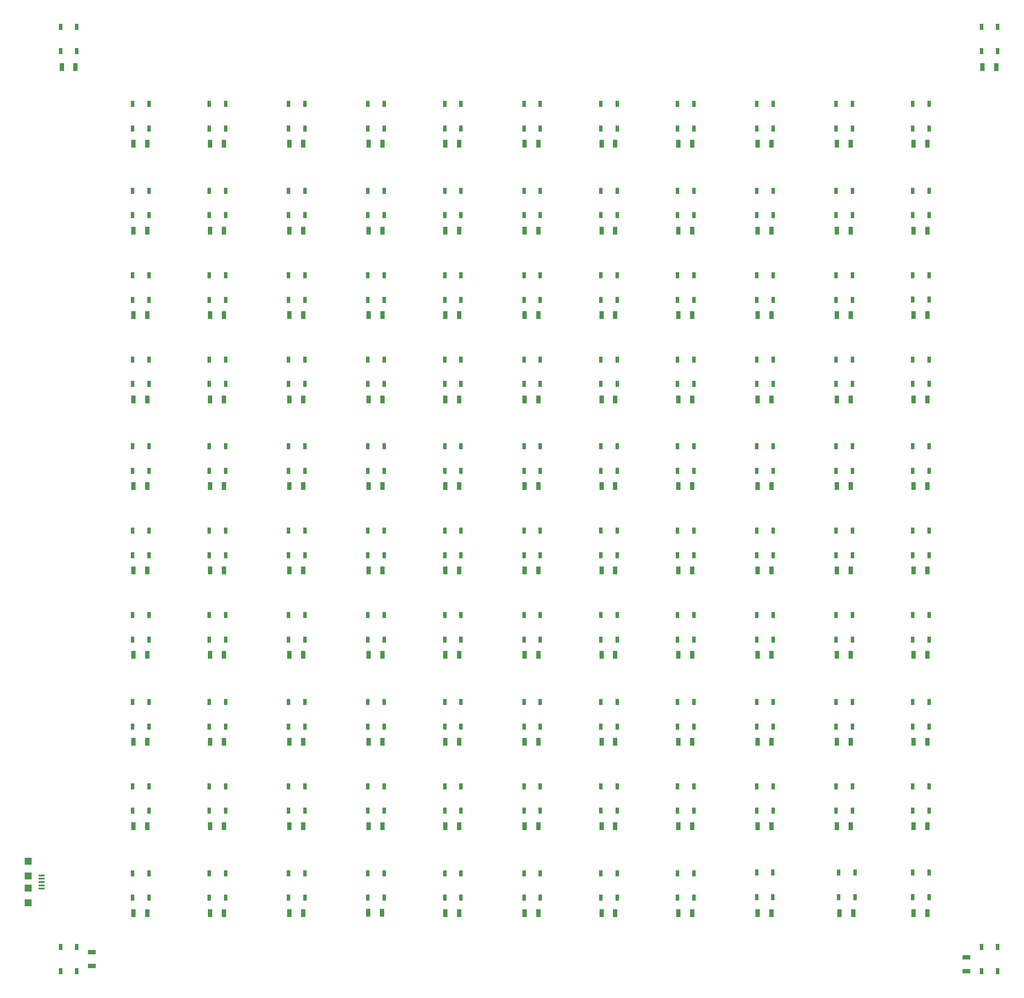
<source format=gtp>
G04*
G04 #@! TF.GenerationSoftware,Altium Limited,Altium Designer,24.5.1 (21)*
G04*
G04 Layer_Color=16777215*
%FSLAX44Y44*%
%MOMM*%
G71*
G04*
G04 #@! TF.SameCoordinates,79976FDF-1E63-4D3E-BD55-D118F6E1C880*
G04*
G04*
G04 #@! TF.FilePolarity,Positive*
G04*
G01*
G75*
%ADD10R,0.9500X1.6000*%
%ADD11R,1.6000X0.9500*%
%ADD12R,0.7500X1.1500*%
%ADD13R,1.4000X1.4000*%
%ADD14R,1.3000X0.3500*%
D10*
X558500Y1695000D02*
D03*
X531500D02*
D03*
X713500D02*
D03*
X686500D02*
D03*
X863500D02*
D03*
X836500D02*
D03*
X1018500D02*
D03*
X991500D02*
D03*
X1168500D02*
D03*
X1141500D02*
D03*
X1318500D02*
D03*
X1291500D02*
D03*
X1473500D02*
D03*
X1446500D02*
D03*
X1628500D02*
D03*
X1601500D02*
D03*
X1778500D02*
D03*
X1751500D02*
D03*
X1913500Y1845000D02*
D03*
X1886500D02*
D03*
X1473500Y1525000D02*
D03*
X1446500D02*
D03*
X1318500D02*
D03*
X1291500D02*
D03*
X1168500D02*
D03*
X1141500D02*
D03*
X1018500D02*
D03*
X991500D02*
D03*
X863500D02*
D03*
X836500D02*
D03*
X713500D02*
D03*
X686500D02*
D03*
X558500D02*
D03*
X531500D02*
D03*
X403500D02*
D03*
X376500D02*
D03*
X253500D02*
D03*
X226500D02*
D03*
X113500Y1845000D02*
D03*
X86500D02*
D03*
X253500Y1695000D02*
D03*
X226500D02*
D03*
X558500Y1360000D02*
D03*
X531500D02*
D03*
X713500D02*
D03*
X686500D02*
D03*
X863500D02*
D03*
X836500D02*
D03*
X1018500D02*
D03*
X991500D02*
D03*
X1168500D02*
D03*
X1141500D02*
D03*
X1318500D02*
D03*
X1291500D02*
D03*
X1473500D02*
D03*
X1446500D02*
D03*
X1628500D02*
D03*
X1601500D02*
D03*
X1778500D02*
D03*
X1751500D02*
D03*
X1778500Y1525000D02*
D03*
X1751500D02*
D03*
X1628500D02*
D03*
X1601500D02*
D03*
X1473500Y1195000D02*
D03*
X1446500D02*
D03*
X1318500D02*
D03*
X1291500D02*
D03*
X1168500D02*
D03*
X1141500D02*
D03*
X1018500D02*
D03*
X991500D02*
D03*
X863500D02*
D03*
X836500D02*
D03*
X713500D02*
D03*
X686500D02*
D03*
X558500D02*
D03*
X531500D02*
D03*
X403500D02*
D03*
X376500D02*
D03*
X253500D02*
D03*
X226500D02*
D03*
X253500Y1360000D02*
D03*
X226500D02*
D03*
X403500D02*
D03*
X376500D02*
D03*
X558500Y1025000D02*
D03*
X531500D02*
D03*
X713500D02*
D03*
X686500D02*
D03*
X863500D02*
D03*
X836500D02*
D03*
X1018500D02*
D03*
X991500D02*
D03*
X1168500D02*
D03*
X1141500D02*
D03*
X1318500D02*
D03*
X1291500D02*
D03*
X1473500D02*
D03*
X1446500D02*
D03*
X1628500D02*
D03*
X1601500D02*
D03*
X1778500D02*
D03*
X1751500D02*
D03*
X1778500Y1195000D02*
D03*
X1751500D02*
D03*
X1628500D02*
D03*
X1601500D02*
D03*
X1473500Y860000D02*
D03*
X1446500D02*
D03*
X1318500D02*
D03*
X1291500D02*
D03*
X1168500D02*
D03*
X1141500D02*
D03*
X1018500D02*
D03*
X991500D02*
D03*
X863500D02*
D03*
X836500D02*
D03*
X713500D02*
D03*
X686500D02*
D03*
X558500D02*
D03*
X531500D02*
D03*
X403500D02*
D03*
X376500D02*
D03*
X253500D02*
D03*
X226500D02*
D03*
X253500Y1025000D02*
D03*
X226500D02*
D03*
X403500D02*
D03*
X376500D02*
D03*
X558500Y695000D02*
D03*
X531500D02*
D03*
X713500D02*
D03*
X686500D02*
D03*
X863500D02*
D03*
X836500D02*
D03*
X1018500D02*
D03*
X991500D02*
D03*
X1168500D02*
D03*
X1141500D02*
D03*
X1318500D02*
D03*
X1291500D02*
D03*
X1473500D02*
D03*
X1446500D02*
D03*
X1628500D02*
D03*
X1601500D02*
D03*
X1778500D02*
D03*
X1751500D02*
D03*
X1778500Y860000D02*
D03*
X1751500D02*
D03*
X1628500D02*
D03*
X1601500D02*
D03*
X1473500Y525000D02*
D03*
X1446500D02*
D03*
X1318500D02*
D03*
X1291500D02*
D03*
X1168500D02*
D03*
X1141500D02*
D03*
X1018500D02*
D03*
X991500D02*
D03*
X863500D02*
D03*
X836500D02*
D03*
X713500D02*
D03*
X686500D02*
D03*
X558500D02*
D03*
X531500D02*
D03*
X403500D02*
D03*
X376500D02*
D03*
X253500D02*
D03*
X226500D02*
D03*
X253500Y695000D02*
D03*
X226500D02*
D03*
X403500D02*
D03*
X376500D02*
D03*
X558500Y360000D02*
D03*
X531500D02*
D03*
X713500D02*
D03*
X686500D02*
D03*
X863500D02*
D03*
X836500D02*
D03*
X1018500D02*
D03*
X991500D02*
D03*
X1168500D02*
D03*
X1141500D02*
D03*
X1318500D02*
D03*
X1291500D02*
D03*
X1473500D02*
D03*
X1446500D02*
D03*
X1628500D02*
D03*
X1601500D02*
D03*
X1778500D02*
D03*
X1751500D02*
D03*
X1778500Y525000D02*
D03*
X1751500D02*
D03*
X1628500D02*
D03*
X1601500D02*
D03*
X1318500Y190000D02*
D03*
X1291500D02*
D03*
X1168500D02*
D03*
X1141500D02*
D03*
X1018500D02*
D03*
X991500D02*
D03*
X863500D02*
D03*
X836500D02*
D03*
X712233Y190635D02*
D03*
X685233D02*
D03*
X558500Y190000D02*
D03*
X531500D02*
D03*
X403500D02*
D03*
X376500D02*
D03*
X253500D02*
D03*
X226500D02*
D03*
X253500Y360000D02*
D03*
X226500D02*
D03*
X403500D02*
D03*
X376500D02*
D03*
X1473500Y190000D02*
D03*
X1446500D02*
D03*
X1633500D02*
D03*
X1606500D02*
D03*
X1778500D02*
D03*
X1751500D02*
D03*
X403500Y1695000D02*
D03*
X376500D02*
D03*
D11*
X145000Y113500D02*
D03*
Y86500D02*
D03*
X1855000Y103500D02*
D03*
Y76500D02*
D03*
D12*
X1022000Y1055000D02*
D03*
X990000Y1103000D02*
D03*
X1022000D02*
D03*
X990000Y1055000D02*
D03*
X867000D02*
D03*
X835000Y1103000D02*
D03*
X867000D02*
D03*
X835000Y1055000D02*
D03*
X717000D02*
D03*
X685000Y1103000D02*
D03*
X717000D02*
D03*
X685000Y1055000D02*
D03*
X562000D02*
D03*
X530000Y1103000D02*
D03*
X562000D02*
D03*
X530000Y1055000D02*
D03*
X407000D02*
D03*
X375000Y1103000D02*
D03*
X407000D02*
D03*
X375000Y1055000D02*
D03*
X257000D02*
D03*
X225000Y1103000D02*
D03*
X257000D02*
D03*
X225000Y1055000D02*
D03*
X257000Y890000D02*
D03*
X225000Y938000D02*
D03*
X257000D02*
D03*
X225000Y890000D02*
D03*
X407000D02*
D03*
X375000Y938000D02*
D03*
X407000D02*
D03*
X375000Y890000D02*
D03*
X562000D02*
D03*
X530000Y938000D02*
D03*
X562000D02*
D03*
X530000Y890000D02*
D03*
X717000D02*
D03*
X685000Y938000D02*
D03*
X717000D02*
D03*
X685000Y890000D02*
D03*
X867000D02*
D03*
X835000Y938000D02*
D03*
X867000D02*
D03*
X835000Y890000D02*
D03*
X1022000D02*
D03*
X990000Y938000D02*
D03*
X1022000D02*
D03*
X990000Y890000D02*
D03*
X1172000D02*
D03*
X1140000Y938000D02*
D03*
X1172000D02*
D03*
X1140000Y890000D02*
D03*
X1322000D02*
D03*
X1290000Y938000D02*
D03*
X1322000D02*
D03*
X1290000Y890000D02*
D03*
X1477000D02*
D03*
X1445000Y938000D02*
D03*
X1477000D02*
D03*
X1445000Y890000D02*
D03*
X1632000D02*
D03*
X1600000Y938000D02*
D03*
X1632000D02*
D03*
X1600000Y890000D02*
D03*
X1782000D02*
D03*
X1750000Y938000D02*
D03*
X1782000D02*
D03*
X1750000Y890000D02*
D03*
X1782000Y725000D02*
D03*
X1750000Y773000D02*
D03*
X1782000D02*
D03*
X1750000Y725000D02*
D03*
X1632000D02*
D03*
X1600000Y773000D02*
D03*
X1632000D02*
D03*
X1600000Y725000D02*
D03*
X1477000D02*
D03*
X1445000Y773000D02*
D03*
X1477000D02*
D03*
X1445000Y725000D02*
D03*
X1322000D02*
D03*
X1290000Y773000D02*
D03*
X1322000D02*
D03*
X1290000Y725000D02*
D03*
X1172000D02*
D03*
X1140000Y773000D02*
D03*
X1172000D02*
D03*
X1140000Y725000D02*
D03*
X1022000D02*
D03*
X990000Y773000D02*
D03*
X1022000D02*
D03*
X990000Y725000D02*
D03*
X867000D02*
D03*
X835000Y773000D02*
D03*
X867000D02*
D03*
X835000Y725000D02*
D03*
X717000D02*
D03*
X685000Y773000D02*
D03*
X717000D02*
D03*
X685000Y725000D02*
D03*
X562000D02*
D03*
X530000Y773000D02*
D03*
X562000D02*
D03*
X530000Y725000D02*
D03*
X407000D02*
D03*
X375000Y773000D02*
D03*
X407000D02*
D03*
X375000Y725000D02*
D03*
X257000D02*
D03*
X225000Y773000D02*
D03*
X257000D02*
D03*
X225000Y725000D02*
D03*
X257000Y555000D02*
D03*
X225000Y603000D02*
D03*
X257000D02*
D03*
X225000Y555000D02*
D03*
X407000D02*
D03*
X375000Y603000D02*
D03*
X407000D02*
D03*
X375000Y555000D02*
D03*
X562000D02*
D03*
X530000Y603000D02*
D03*
X562000D02*
D03*
X530000Y555000D02*
D03*
X717000D02*
D03*
X685000Y603000D02*
D03*
X717000D02*
D03*
X685000Y555000D02*
D03*
X867000D02*
D03*
X835000Y603000D02*
D03*
X867000D02*
D03*
X835000Y555000D02*
D03*
X1022000D02*
D03*
X990000Y603000D02*
D03*
X1022000D02*
D03*
X990000Y555000D02*
D03*
X1172000D02*
D03*
X1140000Y603000D02*
D03*
X1172000D02*
D03*
X1140000Y555000D02*
D03*
X1322000D02*
D03*
X1290000Y603000D02*
D03*
X1322000D02*
D03*
X1290000Y555000D02*
D03*
X1477000D02*
D03*
X1445000Y603000D02*
D03*
X1477000D02*
D03*
X1445000Y555000D02*
D03*
X1632000D02*
D03*
X1600000Y603000D02*
D03*
X1632000D02*
D03*
X1600000Y555000D02*
D03*
X1782000D02*
D03*
X1750000Y603000D02*
D03*
X1782000D02*
D03*
X1750000Y555000D02*
D03*
X1782000Y390000D02*
D03*
X1750000Y438000D02*
D03*
X1782000D02*
D03*
X1750000Y390000D02*
D03*
X1632000D02*
D03*
X1600000Y438000D02*
D03*
X1632000D02*
D03*
X1600000Y390000D02*
D03*
X1477000D02*
D03*
X1445000Y438000D02*
D03*
X1477000D02*
D03*
X1445000Y390000D02*
D03*
X1322000D02*
D03*
X1290000Y438000D02*
D03*
X1322000D02*
D03*
X1290000Y390000D02*
D03*
X1172000D02*
D03*
X1140000Y438000D02*
D03*
X1172000D02*
D03*
X1140000Y390000D02*
D03*
X1022000D02*
D03*
X990000Y438000D02*
D03*
X1022000D02*
D03*
X990000Y390000D02*
D03*
X867000D02*
D03*
X835000Y438000D02*
D03*
X867000D02*
D03*
X835000Y390000D02*
D03*
X717000D02*
D03*
X685000Y438000D02*
D03*
X717000D02*
D03*
X685000Y390000D02*
D03*
X562000D02*
D03*
X530000Y438000D02*
D03*
X562000D02*
D03*
X530000Y390000D02*
D03*
X407000D02*
D03*
X375000Y438000D02*
D03*
X407000D02*
D03*
X375000Y390000D02*
D03*
X257000D02*
D03*
X225000Y438000D02*
D03*
X257000D02*
D03*
X225000Y390000D02*
D03*
X116000Y76000D02*
D03*
X84000Y124000D02*
D03*
X116000D02*
D03*
X84000Y76000D02*
D03*
X257000Y220000D02*
D03*
X225000Y268000D02*
D03*
X257000D02*
D03*
X225000Y220000D02*
D03*
X407000D02*
D03*
X375000Y268000D02*
D03*
X407000D02*
D03*
X375000Y220000D02*
D03*
X562000D02*
D03*
X530000Y268000D02*
D03*
X562000D02*
D03*
X530000Y220000D02*
D03*
X717000D02*
D03*
X685000Y268000D02*
D03*
X717000D02*
D03*
X685000Y220000D02*
D03*
X867000D02*
D03*
X835000Y268000D02*
D03*
X867000D02*
D03*
X835000Y220000D02*
D03*
X1022000D02*
D03*
X990000Y268000D02*
D03*
X1022000D02*
D03*
X990000Y220000D02*
D03*
X1172000D02*
D03*
X1140000Y268000D02*
D03*
X1172000D02*
D03*
X1140000Y220000D02*
D03*
X1290000Y268000D02*
D03*
X1322000D02*
D03*
X1290000Y220000D02*
D03*
X1322000D02*
D03*
X1916000Y1876000D02*
D03*
X1884000Y1924000D02*
D03*
X1916000D02*
D03*
X1884000Y1876000D02*
D03*
X1782000Y1725000D02*
D03*
X1750000Y1773000D02*
D03*
X1782000D02*
D03*
X1750000Y1725000D02*
D03*
X1632000D02*
D03*
X1600000Y1773000D02*
D03*
X1632000D02*
D03*
X1600000Y1725000D02*
D03*
X1477000D02*
D03*
X1445000Y1773000D02*
D03*
X1477000D02*
D03*
X1445000Y1725000D02*
D03*
X1322000D02*
D03*
X1290000Y1773000D02*
D03*
X1322000D02*
D03*
X1290000Y1725000D02*
D03*
X1172000D02*
D03*
X1140000Y1773000D02*
D03*
X1172000D02*
D03*
X1140000Y1725000D02*
D03*
X1022000D02*
D03*
X990000Y1773000D02*
D03*
X1022000D02*
D03*
X990000Y1725000D02*
D03*
X867000D02*
D03*
X835000Y1773000D02*
D03*
X867000D02*
D03*
X835000Y1725000D02*
D03*
X717000D02*
D03*
X685000Y1773000D02*
D03*
X717000D02*
D03*
X685000Y1725000D02*
D03*
X562000D02*
D03*
X530000Y1773000D02*
D03*
X562000D02*
D03*
X530000Y1725000D02*
D03*
X407000D02*
D03*
X375000Y1773000D02*
D03*
X407000D02*
D03*
X375000Y1725000D02*
D03*
X257000D02*
D03*
X225000Y1773000D02*
D03*
X257000D02*
D03*
X225000Y1725000D02*
D03*
X116000Y1876000D02*
D03*
X84000Y1924000D02*
D03*
X116000D02*
D03*
X84000Y1876000D02*
D03*
X257000Y1555000D02*
D03*
X225000Y1603000D02*
D03*
X257000D02*
D03*
X225000Y1555000D02*
D03*
X407000D02*
D03*
X375000Y1603000D02*
D03*
X407000D02*
D03*
X375000Y1555000D02*
D03*
X562000D02*
D03*
X530000Y1603000D02*
D03*
X562000D02*
D03*
X530000Y1555000D02*
D03*
X717000D02*
D03*
X685000Y1603000D02*
D03*
X717000D02*
D03*
X685000Y1555000D02*
D03*
X867000D02*
D03*
X835000Y1603000D02*
D03*
X867000D02*
D03*
X835000Y1555000D02*
D03*
X1022000D02*
D03*
X990000Y1603000D02*
D03*
X1022000D02*
D03*
X990000Y1555000D02*
D03*
X1172000D02*
D03*
X1140000Y1603000D02*
D03*
X1172000D02*
D03*
X1140000Y1555000D02*
D03*
X1322000D02*
D03*
X1290000Y1603000D02*
D03*
X1322000D02*
D03*
X1290000Y1555000D02*
D03*
X1477000D02*
D03*
X1445000Y1603000D02*
D03*
X1477000D02*
D03*
X1445000Y1555000D02*
D03*
X1632000D02*
D03*
X1600000Y1603000D02*
D03*
X1632000D02*
D03*
X1600000Y1555000D02*
D03*
X1782000D02*
D03*
X1750000Y1603000D02*
D03*
X1782000D02*
D03*
X1750000Y1555000D02*
D03*
X1782000Y1390000D02*
D03*
X1750000Y1438000D02*
D03*
X1782000D02*
D03*
X1750000Y1390000D02*
D03*
X1632000Y1389537D02*
D03*
X1600000Y1437537D02*
D03*
X1632000D02*
D03*
X1600000Y1389537D02*
D03*
X1477000D02*
D03*
X1445000Y1437537D02*
D03*
X1477000D02*
D03*
X1445000Y1389537D02*
D03*
X1322000D02*
D03*
X1290000Y1437537D02*
D03*
X1322000D02*
D03*
X1290000Y1389537D02*
D03*
X1172000D02*
D03*
X1140000Y1437537D02*
D03*
X1172000D02*
D03*
X1140000Y1389537D02*
D03*
X1022000D02*
D03*
X990000Y1437537D02*
D03*
X1022000D02*
D03*
X990000Y1389537D02*
D03*
X867000D02*
D03*
X835000Y1437537D02*
D03*
X867000D02*
D03*
X835000Y1389537D02*
D03*
X717000D02*
D03*
X685000Y1437537D02*
D03*
X717000D02*
D03*
X685000Y1389537D02*
D03*
X562000D02*
D03*
X530000Y1437537D02*
D03*
X562000D02*
D03*
X530000Y1389537D02*
D03*
X407000D02*
D03*
X375000Y1437537D02*
D03*
X407000D02*
D03*
X375000Y1389537D02*
D03*
X257000D02*
D03*
X225000Y1437537D02*
D03*
X257000D02*
D03*
X225000Y1389537D02*
D03*
X257000Y1225000D02*
D03*
X225000Y1273000D02*
D03*
X257000D02*
D03*
X225000Y1225000D02*
D03*
X407000D02*
D03*
X375000Y1273000D02*
D03*
X407000D02*
D03*
X375000Y1225000D02*
D03*
X562000D02*
D03*
X530000Y1273000D02*
D03*
X562000D02*
D03*
X530000Y1225000D02*
D03*
X717000D02*
D03*
X685000Y1273000D02*
D03*
X717000D02*
D03*
X685000Y1225000D02*
D03*
X867000D02*
D03*
X835000Y1273000D02*
D03*
X867000D02*
D03*
X835000Y1225000D02*
D03*
X1022000D02*
D03*
X990000Y1273000D02*
D03*
X1022000D02*
D03*
X990000Y1225000D02*
D03*
X1172000D02*
D03*
X1140000Y1273000D02*
D03*
X1172000D02*
D03*
X1140000Y1225000D02*
D03*
X1322000D02*
D03*
X1290000Y1273000D02*
D03*
X1322000D02*
D03*
X1290000Y1225000D02*
D03*
X1477000D02*
D03*
X1445000Y1273000D02*
D03*
X1477000D02*
D03*
X1445000Y1225000D02*
D03*
X1632000D02*
D03*
X1600000Y1273000D02*
D03*
X1632000D02*
D03*
X1600000Y1225000D02*
D03*
X1782000D02*
D03*
X1750000Y1273000D02*
D03*
X1782000D02*
D03*
X1750000Y1225000D02*
D03*
X1782000Y1055000D02*
D03*
X1750000Y1103000D02*
D03*
X1782000D02*
D03*
X1750000Y1055000D02*
D03*
X1632000D02*
D03*
X1600000Y1103000D02*
D03*
X1632000D02*
D03*
X1600000Y1055000D02*
D03*
X1477000D02*
D03*
X1445000Y1103000D02*
D03*
X1477000D02*
D03*
X1445000Y1055000D02*
D03*
X1322000D02*
D03*
X1290000Y1103000D02*
D03*
X1322000D02*
D03*
X1290000Y1055000D02*
D03*
X1172000D02*
D03*
X1140000Y1103000D02*
D03*
X1172000D02*
D03*
X1140000Y1055000D02*
D03*
X1444603Y269000D02*
D03*
X1476603D02*
D03*
Y221000D02*
D03*
X1444603D02*
D03*
X1605257Y269000D02*
D03*
X1637256D02*
D03*
Y221000D02*
D03*
X1605257D02*
D03*
X1750000Y269000D02*
D03*
X1782000D02*
D03*
Y221000D02*
D03*
X1750000D02*
D03*
X1884000Y76000D02*
D03*
X1916000D02*
D03*
Y124000D02*
D03*
X1884000D02*
D03*
D13*
X20500Y210250D02*
D03*
X20500Y238750D02*
D03*
Y262750D02*
D03*
X20500Y291250D02*
D03*
D14*
X47250Y244250D02*
D03*
X47250Y257250D02*
D03*
Y263750D02*
D03*
Y250750D02*
D03*
Y237750D02*
D03*
M02*

</source>
